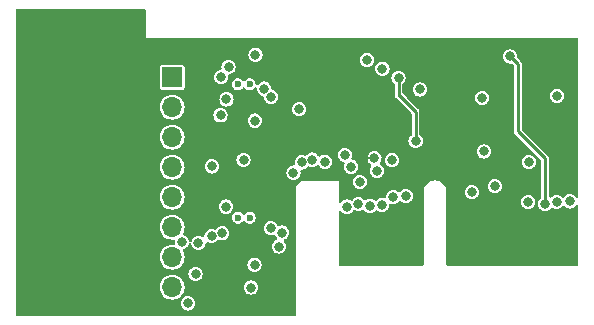
<source format=gbr>
%TF.GenerationSoftware,KiCad,Pcbnew,8.0.5*%
%TF.CreationDate,2024-11-08T07:47:22+00:00*%
%TF.ProjectId,ADE_Aux_V4,4144455f-4175-4785-9f56-342e6b696361,rev?*%
%TF.SameCoordinates,Original*%
%TF.FileFunction,Copper,L2,Inr*%
%TF.FilePolarity,Positive*%
%FSLAX46Y46*%
G04 Gerber Fmt 4.6, Leading zero omitted, Abs format (unit mm)*
G04 Created by KiCad (PCBNEW 8.0.5) date 2024-11-08 07:47:22*
%MOMM*%
%LPD*%
G01*
G04 APERTURE LIST*
%TA.AperFunction,ComponentPad*%
%ADD10C,0.600000*%
%TD*%
%TA.AperFunction,ComponentPad*%
%ADD11R,1.700000X1.700000*%
%TD*%
%TA.AperFunction,ComponentPad*%
%ADD12O,1.700000X1.700000*%
%TD*%
%TA.AperFunction,ViaPad*%
%ADD13C,0.800000*%
%TD*%
%TA.AperFunction,Conductor*%
%ADD14C,0.250000*%
%TD*%
G04 APERTURE END LIST*
D10*
%TO.N,/UM*%
%TO.C,U3*%
X-1180000Y36100000D03*
X-180000Y36100000D03*
%TD*%
%TO.N,/UM*%
%TO.C,U1*%
X-1180000Y24810000D03*
X-180000Y24810000D03*
%TD*%
D11*
%TO.N,/RRP*%
%TO.C,J15*%
X-6750200Y36692980D03*
D12*
%TO.N,/RRM*%
X-6750200Y34152980D03*
%TO.N,/RSP*%
X-6750200Y31612980D03*
%TO.N,/RSM*%
X-6750200Y29072980D03*
%TO.N,/RTP*%
X-6750200Y26532980D03*
%TO.N,/RTM*%
X-6750200Y23992980D03*
%TO.N,/RNP*%
X-6750200Y21452980D03*
%TO.N,/RNM*%
X-6750200Y18912980D03*
%TD*%
D13*
%TO.N,GND*%
X-11020000Y41360000D03*
X26593800Y39192200D03*
X-18640000Y36280000D03*
X-16100000Y33740000D03*
X16459200Y28346400D03*
X-5940000Y38820000D03*
X4430000Y37400000D03*
X-3400000Y31200000D03*
X-14440000Y37200000D03*
X-14100000Y23060000D03*
X-18640000Y28660000D03*
X24540000Y33740000D03*
X-18640000Y26120000D03*
X26339800Y31191200D03*
X4428453Y33111500D03*
X17170400Y25933400D03*
X-16100000Y36280000D03*
X-13450000Y18140000D03*
X-16100000Y23580000D03*
X24540000Y38820000D03*
X390000Y17940000D03*
X9457677Y29825500D03*
X13716000Y27940000D03*
X-16100000Y38820000D03*
X5540000Y38930000D03*
X-13560000Y41360000D03*
X-18640000Y31200000D03*
X22000000Y28660000D03*
X24540000Y36280000D03*
X-16100000Y31200000D03*
X-18640000Y21040000D03*
X-2870200Y39344600D03*
X12598400Y31826200D03*
X-16100000Y26120000D03*
X13868400Y25857200D03*
X24540000Y31200000D03*
X11836400Y28092400D03*
X-18640000Y33740000D03*
X12954000Y28930600D03*
X1001000Y26060000D03*
X3429000Y37338000D03*
X670000Y28320000D03*
X-16100000Y21040000D03*
X19460000Y33740000D03*
X11836400Y34137600D03*
X-5230000Y25880000D03*
X660000Y31690000D03*
X-18640000Y38820000D03*
X-16100000Y28660000D03*
X-860000Y31200000D03*
X1850000Y39045500D03*
X-18640000Y23580000D03*
X26517600Y33604200D03*
X-14520000Y29090000D03*
%TO.N,+3V3*%
X19507200Y34950400D03*
X11861800Y29667200D03*
X11050000Y37425000D03*
X10575000Y28775000D03*
X-2190000Y25740000D03*
X26924000Y26187400D03*
X25806400Y26111200D03*
X-5420000Y17550000D03*
X-1975500Y37553372D03*
X25831800Y35128200D03*
X23444200Y29514800D03*
%TO.N,/AVDDOUT*%
X7863900Y30124400D03*
%TO.N,/DVDDOUT*%
X9753600Y38150800D03*
%TO.N,/REF*%
X4013200Y33985200D03*
%TO.N,/ISP*%
X1040000Y35730000D03*
X-2150000Y34820000D03*
%TO.N,/INP*%
X2550000Y23540000D03*
X-2510000Y23480000D03*
%TO.N,/UR+*%
X11970000Y26540000D03*
X3524020Y28620000D03*
%TO.N,/US+*%
X10000000Y25800000D03*
X9143911Y27833911D03*
X5100000Y29720000D03*
%TO.N,/UT+*%
X8050000Y25740000D03*
%TO.N,/ADE_Reset*%
X21869400Y38455600D03*
X24841200Y25958800D03*
%TO.N,/O_IN*%
X10375000Y29850000D03*
%TO.N,Net-(U1A--)*%
X-3410000Y23230000D03*
X230000Y20824500D03*
%TO.N,Net-(U3A--)*%
X260000Y33020000D03*
X-2650000Y33470000D03*
%TO.N,Net-(U1B--)*%
X-700000Y29710000D03*
X-3390000Y29150000D03*
%TO.N,/SCLK*%
X20570000Y27480000D03*
%TO.N,/MOSI*%
X14230000Y35660000D03*
X18630000Y26960000D03*
X19650000Y30410000D03*
%TO.N,/SS*%
X12420000Y36650000D03*
X13868400Y31292800D03*
%TO.N,/RN*%
X-5934500Y22738843D03*
X-4520000Y22670000D03*
%TO.N,Net-(U3B--)*%
X309163Y38610563D03*
X-2600000Y36690000D03*
%TO.N,/UM*%
X1610000Y23910000D03*
X1625500Y35047145D03*
X2277484Y22357547D03*
%TO.N,/C+*%
X-70000Y18890000D03*
%TO.N,/UR-*%
X4230000Y29490000D03*
X13040000Y26640000D03*
%TO.N,/US-*%
X11000000Y25870000D03*
X6182300Y29546200D03*
X8393411Y29123411D03*
%TO.N,/UT-*%
X9020000Y25950000D03*
%TO.N,/C-*%
X-4765656Y20033911D03*
%TO.N,/SYN*%
X23393400Y26136600D03*
%TD*%
D14*
%TO.N,/ADE_Reset*%
X21869400Y38455600D02*
X22529800Y37795200D01*
X22529800Y32131000D02*
X24841200Y29819600D01*
X24841200Y29819600D02*
X24841200Y25958800D01*
X22529800Y37795200D02*
X22529800Y32131000D01*
%TO.N,/SS*%
X13868400Y33782000D02*
X12522200Y35128200D01*
X13868400Y31292800D02*
X13868400Y33782000D01*
X12522200Y35128200D02*
X12496800Y35128200D01*
X12420000Y35205000D02*
X12420000Y36650000D01*
X12496800Y35128200D02*
X12420000Y35205000D01*
%TD*%
%TA.AperFunction,Conductor*%
%TO.N,GND*%
G36*
X-9057879Y42479998D02*
G01*
X-9011386Y42426342D01*
X-9000000Y42374000D01*
X-9000000Y40000000D01*
X27524000Y40000000D01*
X27592121Y39979998D01*
X27638614Y39926342D01*
X27650000Y39874000D01*
X27650000Y26598872D01*
X27629998Y26530751D01*
X27576342Y26484258D01*
X27506068Y26474154D01*
X27441488Y26503648D01*
X27424040Y26522164D01*
X27352282Y26615682D01*
X27226841Y26711936D01*
X27080762Y26772444D01*
X26924000Y26793082D01*
X26767238Y26772444D01*
X26621159Y26711936D01*
X26495718Y26615682D01*
X26495716Y26615680D01*
X26495715Y26615679D01*
X26435926Y26537761D01*
X26378588Y26495894D01*
X26307717Y26491672D01*
X26245814Y26526436D01*
X26236007Y26537754D01*
X26234682Y26539482D01*
X26109241Y26635736D01*
X25963162Y26696244D01*
X25806400Y26716882D01*
X25649638Y26696244D01*
X25503559Y26635736D01*
X25378118Y26539482D01*
X25378117Y26539480D01*
X25371566Y26534454D01*
X25369878Y26536652D01*
X25319483Y26509134D01*
X25248668Y26514199D01*
X25191832Y26556746D01*
X25167021Y26623266D01*
X25166700Y26632255D01*
X25166700Y29862452D01*
X25166700Y29862453D01*
X25154901Y29906484D01*
X25151741Y29918283D01*
X25150048Y29924597D01*
X25144518Y29945239D01*
X25101665Y30019462D01*
X22892205Y32228922D01*
X22858180Y32291234D01*
X22855300Y32318017D01*
X22855300Y35128200D01*
X25226118Y35128200D01*
X25226118Y35128199D01*
X25246755Y34971439D01*
X25307263Y34825360D01*
X25307265Y34825357D01*
X25403518Y34699918D01*
X25528957Y34603665D01*
X25528960Y34603663D01*
X25675039Y34543155D01*
X25831800Y34522518D01*
X25988560Y34543155D01*
X26134639Y34603663D01*
X26134642Y34603665D01*
X26260082Y34699918D01*
X26356336Y34825359D01*
X26416844Y34971438D01*
X26436776Y35122839D01*
X26437482Y35128199D01*
X26437482Y35128200D01*
X26426902Y35208563D01*
X26416844Y35284962D01*
X26356336Y35431041D01*
X26260082Y35556482D01*
X26134641Y35652736D01*
X25988562Y35713244D01*
X25831800Y35733882D01*
X25675038Y35713244D01*
X25528959Y35652736D01*
X25403518Y35556482D01*
X25307265Y35431042D01*
X25307263Y35431039D01*
X25246755Y35284960D01*
X25226118Y35128200D01*
X22855300Y35128200D01*
X22855300Y37744612D01*
X22855301Y37744630D01*
X22855301Y37838053D01*
X22855300Y37838056D01*
X22852646Y37847959D01*
X22833118Y37920838D01*
X22790856Y37994038D01*
X22790265Y37995062D01*
X22729662Y38055665D01*
X22729660Y38055665D01*
X22719291Y38066035D01*
X22719286Y38066039D01*
X22502106Y38283218D01*
X22468082Y38345528D01*
X22466281Y38388754D01*
X22475082Y38455600D01*
X22454444Y38612362D01*
X22393936Y38758441D01*
X22297682Y38883882D01*
X22172241Y38980136D01*
X22026162Y39040644D01*
X21869400Y39061282D01*
X21712638Y39040644D01*
X21566559Y38980136D01*
X21441118Y38883882D01*
X21344865Y38758442D01*
X21344863Y38758439D01*
X21284355Y38612360D01*
X21263718Y38455600D01*
X21263718Y38455599D01*
X21284355Y38298839D01*
X21344863Y38152760D01*
X21344865Y38152757D01*
X21441118Y38027318D01*
X21566557Y37931065D01*
X21566560Y37931063D01*
X21712639Y37870555D01*
X21869400Y37849918D01*
X21869402Y37849918D01*
X21936242Y37858717D01*
X22006391Y37847777D01*
X22041782Y37822891D01*
X22167396Y37697276D01*
X22201420Y37634967D01*
X22204300Y37608183D01*
X22204300Y32173853D01*
X22204300Y32088147D01*
X22226482Y32005361D01*
X22226483Y32005359D01*
X22226484Y32005356D01*
X22269332Y31931141D01*
X22269340Y31931131D01*
X24478795Y29721677D01*
X24512821Y29659365D01*
X24515700Y29632582D01*
X24515700Y26528085D01*
X24495698Y26459964D01*
X24466403Y26428122D01*
X24412918Y26387082D01*
X24318883Y26264532D01*
X24316665Y26261642D01*
X24316663Y26261639D01*
X24256155Y26115560D01*
X24235518Y25958800D01*
X24235518Y25958799D01*
X24256155Y25802039D01*
X24316663Y25655960D01*
X24316665Y25655957D01*
X24412918Y25530518D01*
X24538357Y25434265D01*
X24538360Y25434263D01*
X24684439Y25373755D01*
X24841200Y25353118D01*
X24997960Y25373755D01*
X25144039Y25434263D01*
X25144042Y25434265D01*
X25157780Y25444806D01*
X25269482Y25530518D01*
X25306641Y25578944D01*
X25363977Y25620812D01*
X25434848Y25625034D01*
X25483306Y25602204D01*
X25503552Y25586668D01*
X25503560Y25586663D01*
X25649639Y25526155D01*
X25806400Y25505518D01*
X25963160Y25526155D01*
X26109239Y25586663D01*
X26109242Y25586665D01*
X26129691Y25602356D01*
X26234682Y25682918D01*
X26235471Y25683946D01*
X26294473Y25760838D01*
X26351811Y25802705D01*
X26422682Y25806927D01*
X26484585Y25772163D01*
X26494394Y25760843D01*
X26495716Y25759119D01*
X26621157Y25662865D01*
X26621160Y25662863D01*
X26767239Y25602355D01*
X26924000Y25581718D01*
X27080760Y25602355D01*
X27226839Y25662863D01*
X27226842Y25662865D01*
X27252976Y25682918D01*
X27352282Y25759118D01*
X27362292Y25772163D01*
X27424038Y25852631D01*
X27481376Y25894498D01*
X27552247Y25898720D01*
X27614150Y25863956D01*
X27647431Y25801243D01*
X27650000Y25775927D01*
X27650000Y20876000D01*
X27629998Y20807879D01*
X27576342Y20761386D01*
X27524000Y20750000D01*
X16576000Y20750000D01*
X16507879Y20770002D01*
X16461386Y20823658D01*
X16450000Y20876000D01*
X16450000Y26136600D01*
X22787718Y26136600D01*
X22787718Y26136599D01*
X22808355Y25979839D01*
X22868863Y25833760D01*
X22868865Y25833757D01*
X22965118Y25708318D01*
X23090557Y25612065D01*
X23090560Y25612063D01*
X23236639Y25551555D01*
X23393400Y25530918D01*
X23550160Y25551555D01*
X23696239Y25612063D01*
X23696242Y25612065D01*
X23821682Y25708318D01*
X23917936Y25833759D01*
X23978444Y25979838D01*
X23996299Y26115463D01*
X23999082Y26136599D01*
X23999082Y26136600D01*
X23990599Y26201037D01*
X23978444Y26293362D01*
X23917936Y26439441D01*
X23821682Y26564882D01*
X23696241Y26661136D01*
X23550162Y26721644D01*
X23393400Y26742282D01*
X23236638Y26721644D01*
X23090559Y26661136D01*
X22965118Y26564882D01*
X22868865Y26439442D01*
X22868863Y26439439D01*
X22808355Y26293360D01*
X22787718Y26136600D01*
X16450000Y26136600D01*
X16450000Y26960000D01*
X18024318Y26960000D01*
X18024318Y26959999D01*
X18044955Y26803239D01*
X18105463Y26657160D01*
X18105465Y26657157D01*
X18201718Y26531718D01*
X18327157Y26435465D01*
X18327160Y26435463D01*
X18473239Y26374955D01*
X18630000Y26354318D01*
X18786760Y26374955D01*
X18932839Y26435463D01*
X18932842Y26435465D01*
X18933341Y26435848D01*
X19058282Y26531718D01*
X19154536Y26657159D01*
X19215044Y26803238D01*
X19235682Y26960000D01*
X19215044Y27116762D01*
X19154536Y27262841D01*
X19058282Y27388282D01*
X18938752Y27480000D01*
X19964318Y27480000D01*
X19964318Y27479999D01*
X19984955Y27323239D01*
X20045463Y27177160D01*
X20045465Y27177157D01*
X20141718Y27051718D01*
X20267157Y26955465D01*
X20267160Y26955463D01*
X20413239Y26894955D01*
X20570000Y26874318D01*
X20726760Y26894955D01*
X20872839Y26955463D01*
X20872842Y26955465D01*
X20998282Y27051718D01*
X21094536Y27177159D01*
X21155044Y27323238D01*
X21175196Y27476308D01*
X21175682Y27479999D01*
X21175682Y27480000D01*
X21168959Y27531068D01*
X21155044Y27636762D01*
X21094536Y27782841D01*
X20998282Y27908282D01*
X20872841Y28004536D01*
X20726762Y28065044D01*
X20570000Y28085682D01*
X20413238Y28065044D01*
X20267159Y28004536D01*
X20141718Y27908282D01*
X20084651Y27833910D01*
X20045465Y27782842D01*
X20045463Y27782839D01*
X19984955Y27636760D01*
X19964318Y27480000D01*
X18938752Y27480000D01*
X18932841Y27484536D01*
X18786762Y27545044D01*
X18630000Y27565682D01*
X18473238Y27545044D01*
X18327159Y27484536D01*
X18201718Y27388282D01*
X18118162Y27279389D01*
X18105465Y27262842D01*
X18105463Y27262839D01*
X18044955Y27116760D01*
X18024318Y26960000D01*
X16450000Y26960000D01*
X16450000Y27000000D01*
X16447398Y27099574D01*
X16443745Y27116760D01*
X16405992Y27294375D01*
X16324990Y27476308D01*
X16207932Y27637425D01*
X16059934Y27770683D01*
X15887464Y27870258D01*
X15698060Y27931800D01*
X15500000Y27952617D01*
X15301940Y27931800D01*
X15112536Y27870258D01*
X14940066Y27770683D01*
X14940063Y27770680D01*
X14940061Y27770679D01*
X14792069Y27637427D01*
X14675012Y27476312D01*
X14594008Y27294375D01*
X14552601Y27099574D01*
X14550000Y27000000D01*
X14550000Y20876000D01*
X14529998Y20807879D01*
X14476342Y20761386D01*
X14424000Y20750000D01*
X7476000Y20750000D01*
X7407879Y20770002D01*
X7361386Y20823658D01*
X7350000Y20876000D01*
X7350000Y25294643D01*
X7370002Y25362764D01*
X7423658Y25409257D01*
X7493932Y25419361D01*
X7558512Y25389867D01*
X7575962Y25371347D01*
X7621715Y25311720D01*
X7747157Y25215465D01*
X7747160Y25215463D01*
X7893239Y25154955D01*
X8050000Y25134318D01*
X8206760Y25154955D01*
X8352839Y25215463D01*
X8352842Y25215465D01*
X8478282Y25311718D01*
X8545039Y25398717D01*
X8602376Y25440584D01*
X8673247Y25444806D01*
X8709049Y25427940D01*
X8710005Y25429595D01*
X8717160Y25425463D01*
X8863239Y25364955D01*
X9020000Y25344318D01*
X9176760Y25364955D01*
X9322839Y25425463D01*
X9322841Y25425464D01*
X9353566Y25449040D01*
X9419786Y25474641D01*
X9489334Y25460377D01*
X9530232Y25425783D01*
X9571717Y25371718D01*
X9697157Y25275465D01*
X9697160Y25275463D01*
X9843239Y25214955D01*
X10000000Y25194318D01*
X10156760Y25214955D01*
X10302839Y25275463D01*
X10302842Y25275465D01*
X10327836Y25294643D01*
X10428282Y25371718D01*
X10438542Y25385089D01*
X10495881Y25426956D01*
X10566752Y25431177D01*
X10615207Y25408347D01*
X10697152Y25345468D01*
X10697160Y25345463D01*
X10843239Y25284955D01*
X11000000Y25264318D01*
X11156760Y25284955D01*
X11302839Y25345463D01*
X11302842Y25345465D01*
X11312816Y25353118D01*
X11428282Y25441718D01*
X11524536Y25567159D01*
X11585044Y25713238D01*
X11605588Y25869287D01*
X11634310Y25934214D01*
X11693575Y25973306D01*
X11764567Y25974151D01*
X11778726Y25969251D01*
X11813239Y25954955D01*
X11970000Y25934318D01*
X12126760Y25954955D01*
X12272839Y26015463D01*
X12272842Y26015465D01*
X12398282Y26111718D01*
X12448972Y26177778D01*
X12506309Y26219645D01*
X12577180Y26223867D01*
X12625638Y26201037D01*
X12737157Y26115465D01*
X12737160Y26115463D01*
X12883239Y26054955D01*
X13040000Y26034318D01*
X13196760Y26054955D01*
X13342839Y26115463D01*
X13342842Y26115465D01*
X13342966Y26115560D01*
X13468282Y26211718D01*
X13564536Y26337159D01*
X13625044Y26483238D01*
X13642480Y26615681D01*
X13645682Y26639999D01*
X13645682Y26640000D01*
X13632216Y26742282D01*
X13625044Y26796762D01*
X13564536Y26942841D01*
X13468282Y27068282D01*
X13342841Y27164536D01*
X13196762Y27225044D01*
X13040000Y27245682D01*
X12883238Y27225044D01*
X12737159Y27164536D01*
X12611718Y27068282D01*
X12611716Y27068280D01*
X12611715Y27068279D01*
X12561027Y27002221D01*
X12503689Y26960354D01*
X12432818Y26956132D01*
X12384365Y26978960D01*
X12272841Y27064536D01*
X12126762Y27125044D01*
X11970000Y27145682D01*
X11813238Y27125044D01*
X11667159Y27064536D01*
X11541718Y26968282D01*
X11445465Y26842842D01*
X11445463Y26842839D01*
X11384955Y26696760D01*
X11364411Y26540711D01*
X11335688Y26475784D01*
X11276423Y26436693D01*
X11205431Y26435848D01*
X11191274Y26440748D01*
X11156762Y26455044D01*
X11000000Y26475682D01*
X10843238Y26455044D01*
X10697159Y26394536D01*
X10571718Y26298282D01*
X10571717Y26298280D01*
X10571716Y26298280D01*
X10561456Y26284909D01*
X10504118Y26243043D01*
X10433246Y26238822D01*
X10384795Y26261650D01*
X10302841Y26324536D01*
X10156762Y26385044D01*
X10000000Y26405682D01*
X9843238Y26385044D01*
X9697159Y26324536D01*
X9666431Y26300958D01*
X9600214Y26275358D01*
X9530665Y26289622D01*
X9489767Y26324216D01*
X9448282Y26378282D01*
X9322841Y26474536D01*
X9176762Y26535044D01*
X9020000Y26555682D01*
X8863238Y26535044D01*
X8717159Y26474536D01*
X8591718Y26378282D01*
X8524962Y26291283D01*
X8467624Y26249416D01*
X8396753Y26245194D01*
X8360957Y26262062D01*
X8360000Y26260404D01*
X8352848Y26264532D01*
X8352844Y26264533D01*
X8352841Y26264536D01*
X8206762Y26325044D01*
X8050000Y26345682D01*
X7893238Y26325044D01*
X7747159Y26264536D01*
X7621718Y26168282D01*
X7575961Y26108651D01*
X7518625Y26066785D01*
X7447754Y26062563D01*
X7385851Y26097327D01*
X7352570Y26160039D01*
X7350000Y26185356D01*
X7350000Y27833911D01*
X8538229Y27833911D01*
X8538229Y27833910D01*
X8558866Y27677150D01*
X8619374Y27531071D01*
X8619376Y27531068D01*
X8715629Y27405629D01*
X8841068Y27309376D01*
X8841071Y27309374D01*
X8987150Y27248866D01*
X9143911Y27228229D01*
X9300671Y27248866D01*
X9446750Y27309374D01*
X9446753Y27309376D01*
X9572193Y27405629D01*
X9668447Y27531070D01*
X9728955Y27677149D01*
X9749593Y27833911D01*
X9728955Y27990673D01*
X9668447Y28136752D01*
X9572193Y28262193D01*
X9446752Y28358447D01*
X9300673Y28418955D01*
X9143911Y28439593D01*
X8987149Y28418955D01*
X8841070Y28358447D01*
X8715629Y28262193D01*
X8664297Y28195295D01*
X8619376Y28136753D01*
X8619374Y28136750D01*
X8558866Y27990671D01*
X8538229Y27833911D01*
X7350000Y27833911D01*
X7350000Y27950000D01*
X4200000Y27950000D01*
X3800000Y27550000D01*
X3750000Y27500000D01*
X3750000Y27499999D01*
X3750000Y16626000D01*
X3729998Y16557879D01*
X3676342Y16511386D01*
X3624000Y16500000D01*
X-19874000Y16500000D01*
X-19942121Y16520002D01*
X-19988614Y16573658D01*
X-20000000Y16626000D01*
X-20000000Y17550000D01*
X-6025682Y17550000D01*
X-6005044Y17393238D01*
X-5944536Y17247159D01*
X-5848282Y17121718D01*
X-5722842Y17025465D01*
X-5722839Y17025463D01*
X-5576760Y16964955D01*
X-5420000Y16944318D01*
X-5263239Y16964955D01*
X-5117160Y17025463D01*
X-5117157Y17025465D01*
X-4991718Y17121718D01*
X-4895465Y17247157D01*
X-4895463Y17247160D01*
X-4834955Y17393239D01*
X-4814318Y17549999D01*
X-4814318Y17550000D01*
X-4834955Y17706760D01*
X-4895463Y17852839D01*
X-4895465Y17852842D01*
X-4914524Y17877680D01*
X-4991718Y17978282D01*
X-5117159Y18074536D01*
X-5263238Y18135044D01*
X-5420000Y18155682D01*
X-5576762Y18135044D01*
X-5722841Y18074536D01*
X-5816662Y18002544D01*
X-5849193Y17989967D01*
X-5856189Y17968306D01*
X-5860354Y17962549D01*
X-5944536Y17852841D01*
X-6005044Y17706762D01*
X-6025682Y17550000D01*
X-20000000Y17550000D01*
X-20000000Y18912980D01*
X-7805783Y18912980D01*
X-7785500Y18707046D01*
X-7725432Y18509026D01*
X-7627885Y18326530D01*
X-7496610Y18166570D01*
X-7336650Y18035295D01*
X-7336648Y18035294D01*
X-7336647Y18035293D01*
X-7154154Y17937748D01*
X-6956127Y17877678D01*
X-6750203Y17857397D01*
X-6750200Y17857397D01*
X-6750197Y17857397D01*
X-6544272Y17877678D01*
X-6346245Y17937748D01*
X-6163752Y18035293D01*
X-6040258Y18136641D01*
X-6004034Y18152024D01*
X-5995125Y18176810D01*
X-5990765Y18182440D01*
X-5872513Y18326532D01*
X-5774968Y18509025D01*
X-5714898Y18707052D01*
X-5696880Y18890000D01*
X-675682Y18890000D01*
X-655044Y18733238D01*
X-594536Y18587159D01*
X-498282Y18461718D01*
X-372842Y18365465D01*
X-372839Y18365463D01*
X-226760Y18304955D01*
X-70000Y18284318D01*
X86760Y18304955D01*
X232839Y18365463D01*
X232842Y18365465D01*
X358282Y18461718D01*
X454536Y18587159D01*
X515044Y18733238D01*
X535682Y18890000D01*
X515044Y19046762D01*
X454536Y19192841D01*
X358282Y19318282D01*
X232841Y19414536D01*
X86762Y19475044D01*
X-70000Y19495682D01*
X-226762Y19475044D01*
X-372841Y19414536D01*
X-498282Y19318282D01*
X-594536Y19192841D01*
X-655044Y19046762D01*
X-675682Y18890000D01*
X-5696880Y18890000D01*
X-5694617Y18912976D01*
X-5694617Y18912983D01*
X-5714898Y19118907D01*
X-5774968Y19316934D01*
X-5872513Y19499427D01*
X-5880677Y19509375D01*
X-6003790Y19659390D01*
X-6163750Y19790665D01*
X-6346246Y19888212D01*
X-6544266Y19948280D01*
X-6544270Y19948280D01*
X-6544272Y19948281D01*
X-6750197Y19968563D01*
X-6750203Y19968563D01*
X-6956127Y19948281D01*
X-6956128Y19948280D01*
X-6956134Y19948280D01*
X-7154154Y19888212D01*
X-7336650Y19790665D01*
X-7496610Y19659390D01*
X-7627885Y19499430D01*
X-7725432Y19316934D01*
X-7785500Y19118914D01*
X-7785500Y19118908D01*
X-7785501Y19118907D01*
X-7792607Y19046760D01*
X-7805783Y18912980D01*
X-20000000Y18912980D01*
X-20000000Y20033911D01*
X-5371338Y20033911D01*
X-5350700Y19877149D01*
X-5290192Y19731070D01*
X-5193938Y19605629D01*
X-5068498Y19509376D01*
X-5068495Y19509374D01*
X-4922416Y19448866D01*
X-4765656Y19428229D01*
X-4608895Y19448866D01*
X-4462816Y19509374D01*
X-4462813Y19509376D01*
X-4337374Y19605629D01*
X-4241121Y19731068D01*
X-4241119Y19731071D01*
X-4180611Y19877150D01*
X-4159974Y20033910D01*
X-4159974Y20033911D01*
X-4180611Y20190671D01*
X-4241119Y20336750D01*
X-4241121Y20336753D01*
X-4286750Y20396218D01*
X-4337374Y20462193D01*
X-4462815Y20558447D01*
X-4608894Y20618955D01*
X-4765656Y20639593D01*
X-4922418Y20618955D01*
X-5068497Y20558447D01*
X-5193938Y20462193D01*
X-5290192Y20336752D01*
X-5350700Y20190673D01*
X-5371338Y20033911D01*
X-20000000Y20033911D01*
X-20000000Y23992983D01*
X-7805783Y23992983D01*
X-7805783Y23992976D01*
X-7790291Y23835682D01*
X-7785500Y23787046D01*
X-7725432Y23589026D01*
X-7627885Y23406530D01*
X-7496610Y23246570D01*
X-7336650Y23115295D01*
X-7336648Y23115294D01*
X-7336647Y23115293D01*
X-7257968Y23073238D01*
X-7154154Y23017748D01*
X-6974427Y22963229D01*
X-6956127Y22957678D01*
X-6750203Y22937397D01*
X-6750200Y22937397D01*
X-6750195Y22937397D01*
X-6668932Y22945400D01*
X-6599179Y22932171D01*
X-6547651Y22883330D01*
X-6530708Y22814385D01*
X-6531658Y22803582D01*
X-6540182Y22738843D01*
X-6535787Y22705463D01*
X-6527430Y22641981D01*
X-6538369Y22571832D01*
X-6585498Y22518734D01*
X-6653851Y22499544D01*
X-6664699Y22500141D01*
X-6704034Y22504016D01*
X-6750198Y22508563D01*
X-6750203Y22508563D01*
X-6956127Y22488281D01*
X-6956128Y22488280D01*
X-6956134Y22488280D01*
X-7154154Y22428212D01*
X-7336650Y22330665D01*
X-7496610Y22199390D01*
X-7627885Y22039430D01*
X-7725432Y21856934D01*
X-7785500Y21658914D01*
X-7785500Y21658908D01*
X-7785501Y21658907D01*
X-7805783Y21452983D01*
X-7805783Y21452976D01*
X-7795546Y21349036D01*
X-7785500Y21247046D01*
X-7725432Y21049026D01*
X-7627885Y20866530D01*
X-7496610Y20706570D01*
X-7336650Y20575295D01*
X-7336648Y20575294D01*
X-7336647Y20575293D01*
X-7154154Y20477748D01*
X-6956127Y20417678D01*
X-6750203Y20397397D01*
X-6750200Y20397397D01*
X-6750197Y20397397D01*
X-6544272Y20417678D01*
X-6346245Y20477748D01*
X-6163752Y20575293D01*
X-6003790Y20706570D01*
X-5907008Y20824500D01*
X-375682Y20824500D01*
X-355044Y20667738D01*
X-294536Y20521659D01*
X-198282Y20396218D01*
X-72842Y20299965D01*
X-72839Y20299963D01*
X73239Y20239455D01*
X230000Y20218818D01*
X386760Y20239455D01*
X532839Y20299963D01*
X532842Y20299965D01*
X658282Y20396218D01*
X754536Y20521659D01*
X815044Y20667738D01*
X835682Y20824500D01*
X815044Y20981262D01*
X754536Y21127341D01*
X658282Y21252782D01*
X532841Y21349036D01*
X386762Y21409544D01*
X230000Y21430182D01*
X73238Y21409544D01*
X-72841Y21349036D01*
X-198282Y21252782D01*
X-294536Y21127341D01*
X-355044Y20981262D01*
X-375682Y20824500D01*
X-5907008Y20824500D01*
X-5872513Y20866532D01*
X-5774968Y21049025D01*
X-5714898Y21247052D01*
X-5694617Y21452976D01*
X-5694617Y21452983D01*
X-5714898Y21658907D01*
X-5774968Y21856934D01*
X-5839851Y21978321D01*
X-5854323Y22047827D01*
X-5828919Y22114123D01*
X-5776948Y22154125D01*
X-5631664Y22214304D01*
X-5631657Y22214308D01*
X-5506218Y22310561D01*
X-5409965Y22436000D01*
X-5409965Y22436001D01*
X-5409964Y22436002D01*
X-5350820Y22578786D01*
X-5306272Y22634066D01*
X-5238909Y22656487D01*
X-5170117Y22638928D01*
X-5121739Y22586966D01*
X-5109490Y22547014D01*
X-5105044Y22513238D01*
X-5044536Y22367159D01*
X-4948282Y22241718D01*
X-4834128Y22154125D01*
X-4822842Y22145465D01*
X-4822839Y22145463D01*
X-4676760Y22084955D01*
X-4520000Y22064318D01*
X-4363239Y22084955D01*
X-4217160Y22145463D01*
X-4217157Y22145465D01*
X-4091718Y22241718D01*
X-3995465Y22367157D01*
X-3995463Y22367160D01*
X-3934955Y22513239D01*
X-3920077Y22626253D01*
X-3891354Y22691180D01*
X-3832089Y22730271D01*
X-3761097Y22731116D01*
X-3718452Y22709769D01*
X-3712847Y22705468D01*
X-3712839Y22705463D01*
X-3566760Y22644955D01*
X-3410000Y22624318D01*
X-3253239Y22644955D01*
X-3107160Y22705463D01*
X-3107157Y22705465D01*
X-2981715Y22801720D01*
X-2910324Y22894759D01*
X-2852986Y22936626D01*
X-2782115Y22940848D01*
X-2762145Y22934464D01*
X-2666762Y22894956D01*
X-2510000Y22874318D01*
X-2353239Y22894955D01*
X-2207160Y22955463D01*
X-2207157Y22955465D01*
X-2081718Y23051718D01*
X-1985465Y23177157D01*
X-1985463Y23177160D01*
X-1924955Y23323239D01*
X-1904318Y23479999D01*
X-1904318Y23480000D01*
X-1924955Y23636760D01*
X-1985463Y23782839D01*
X-1985465Y23782842D01*
X-1988695Y23787052D01*
X-2081718Y23908282D01*
X-2083957Y23910000D01*
X1004318Y23910000D01*
X1004318Y23909999D01*
X1024955Y23753239D01*
X1085463Y23607160D01*
X1085465Y23607157D01*
X1181718Y23481718D01*
X1307157Y23385465D01*
X1307160Y23385463D01*
X1453239Y23324955D01*
X1610000Y23304318D01*
X1766762Y23324956D01*
X1840129Y23355345D01*
X1910719Y23362934D01*
X1974205Y23331154D01*
X2004754Y23287156D01*
X2025462Y23237162D01*
X2025468Y23237152D01*
X2119992Y23113966D01*
X2145592Y23047746D01*
X2131327Y22978197D01*
X2081725Y22927402D01*
X2068262Y22920861D01*
X1974643Y22882083D01*
X1849202Y22785829D01*
X1760324Y22670000D01*
X1752949Y22660389D01*
X1752947Y22660386D01*
X1692439Y22514307D01*
X1671802Y22357547D01*
X1671802Y22357546D01*
X1692439Y22200786D01*
X1752947Y22054707D01*
X1752949Y22054704D01*
X1849202Y21929265D01*
X1974641Y21833012D01*
X1974644Y21833010D01*
X2120723Y21772502D01*
X2277484Y21751865D01*
X2434244Y21772502D01*
X2580323Y21833010D01*
X2580326Y21833012D01*
X2611502Y21856934D01*
X2705766Y21929265D01*
X2802020Y22054706D01*
X2862528Y22200785D01*
X2883166Y22357547D01*
X2862528Y22514309D01*
X2802020Y22660388D01*
X2707491Y22783580D01*
X2681891Y22849799D01*
X2696156Y22919348D01*
X2745757Y22970144D01*
X2759228Y22976688D01*
X2852841Y23015464D01*
X2978282Y23111718D01*
X3074536Y23237159D01*
X3135044Y23383238D01*
X3155682Y23540000D01*
X3135044Y23696762D01*
X3074536Y23842841D01*
X2978282Y23968282D01*
X2852841Y24064536D01*
X2706762Y24125044D01*
X2550000Y24145682D01*
X2393238Y24125044D01*
X2319869Y24094653D01*
X2249281Y24087065D01*
X2185794Y24118844D01*
X2155245Y24162843D01*
X2134536Y24212841D01*
X2038282Y24338282D01*
X1912841Y24434536D01*
X1766762Y24495044D01*
X1610000Y24515682D01*
X1453238Y24495044D01*
X1307159Y24434536D01*
X1181718Y24338282D01*
X1085465Y24212842D01*
X1085463Y24212839D01*
X1024955Y24066760D01*
X1004318Y23910000D01*
X-2083957Y23910000D01*
X-2207159Y24004536D01*
X-2353238Y24065044D01*
X-2510000Y24085682D01*
X-2666762Y24065044D01*
X-2812841Y24004536D01*
X-2938282Y23908282D01*
X-3009675Y23815239D01*
X-3067012Y23773373D01*
X-3137883Y23769151D01*
X-3157855Y23775535D01*
X-3253238Y23815044D01*
X-3410000Y23835682D01*
X-3566762Y23815044D01*
X-3712841Y23754536D01*
X-3838282Y23658282D01*
X-3934536Y23532841D01*
X-3995044Y23386762D01*
X-4009922Y23273744D01*
X-4038644Y23208820D01*
X-4097909Y23169728D01*
X-4168900Y23168883D01*
X-4211545Y23190228D01*
X-4217159Y23194536D01*
X-4363238Y23255044D01*
X-4520000Y23275682D01*
X-4676762Y23255044D01*
X-4822841Y23194536D01*
X-4948282Y23098282D01*
X-5044536Y22972841D01*
X-5103680Y22830054D01*
X-5148226Y22774776D01*
X-5215589Y22752355D01*
X-5284381Y22769913D01*
X-5332759Y22821875D01*
X-5345009Y22861828D01*
X-5349455Y22895603D01*
X-5409963Y23041682D01*
X-5409965Y23041685D01*
X-5414616Y23047746D01*
X-5506218Y23167125D01*
X-5631659Y23263379D01*
X-5763064Y23317808D01*
X-5818344Y23362356D01*
X-5840765Y23429720D01*
X-5825967Y23493613D01*
X-5774968Y23589025D01*
X-5714898Y23787052D01*
X-5694617Y23992976D01*
X-5694617Y23992983D01*
X-5714898Y24198907D01*
X-5719124Y24212837D01*
X-5774968Y24396934D01*
X-5836927Y24512851D01*
X-5872513Y24579427D01*
X-5872515Y24579430D01*
X-6003790Y24739390D01*
X-6089829Y24810000D01*
X-1685647Y24810000D01*
X-1665165Y24667543D01*
X-1605377Y24536627D01*
X-1516914Y24434534D01*
X-1511126Y24427855D01*
X-1463011Y24396934D01*
X-1390053Y24350047D01*
X-1251961Y24309500D01*
X-1108039Y24309500D01*
X-969946Y24350047D01*
X-848873Y24427855D01*
X-848872Y24427855D01*
X-775224Y24512851D01*
X-715498Y24551234D01*
X-644501Y24551234D01*
X-584776Y24512851D01*
X-528587Y24448006D01*
X-516914Y24434534D01*
X-511126Y24427855D01*
X-463011Y24396934D01*
X-390053Y24350047D01*
X-251961Y24309500D01*
X-108039Y24309500D01*
X30053Y24350047D01*
X151126Y24427855D01*
X156914Y24434534D01*
X245377Y24536627D01*
X305165Y24667543D01*
X325647Y24810000D01*
X305165Y24952457D01*
X245377Y25083373D01*
X151128Y25192143D01*
X30053Y25269953D01*
X-108039Y25310500D01*
X-251961Y25310500D01*
X-390053Y25269953D01*
X-511128Y25192143D01*
X-543350Y25154956D01*
X-584775Y25107149D01*
X-644501Y25068765D01*
X-715498Y25068765D01*
X-775224Y25107148D01*
X-775225Y25107149D01*
X-848873Y25192144D01*
X-961179Y25264318D01*
X-969947Y25269953D01*
X-1108039Y25310500D01*
X-1251961Y25310500D01*
X-1390053Y25269953D01*
X-1511128Y25192143D01*
X-1605377Y25083373D01*
X-1665165Y24952457D01*
X-1685647Y24810000D01*
X-6089829Y24810000D01*
X-6163750Y24870665D01*
X-6346246Y24968212D01*
X-6544266Y25028280D01*
X-6544270Y25028280D01*
X-6544272Y25028281D01*
X-6750197Y25048563D01*
X-6750203Y25048563D01*
X-6956127Y25028281D01*
X-6956128Y25028280D01*
X-6956134Y25028280D01*
X-7154154Y24968212D01*
X-7336650Y24870665D01*
X-7496610Y24739390D01*
X-7627885Y24579430D01*
X-7725432Y24396934D01*
X-7785500Y24198914D01*
X-7785500Y24198908D01*
X-7785501Y24198907D01*
X-7805783Y23992983D01*
X-20000000Y23992983D01*
X-20000000Y26532983D01*
X-7805783Y26532983D01*
X-7805783Y26532976D01*
X-7786497Y26337160D01*
X-7785500Y26327046D01*
X-7725432Y26129026D01*
X-7627885Y25946530D01*
X-7496610Y25786570D01*
X-7336650Y25655295D01*
X-7336648Y25655294D01*
X-7336647Y25655293D01*
X-7171761Y25567159D01*
X-7154154Y25557748D01*
X-6981973Y25505518D01*
X-6956127Y25497678D01*
X-6750203Y25477397D01*
X-6750200Y25477397D01*
X-6750197Y25477397D01*
X-6544272Y25497678D01*
X-6346245Y25557748D01*
X-6163752Y25655293D01*
X-6060536Y25740000D01*
X-2795682Y25740000D01*
X-2775044Y25583238D01*
X-2714536Y25437159D01*
X-2618282Y25311718D01*
X-2492842Y25215465D01*
X-2492839Y25215463D01*
X-2346760Y25154955D01*
X-2190000Y25134318D01*
X-2033239Y25154955D01*
X-1887160Y25215463D01*
X-1887157Y25215465D01*
X-1761718Y25311718D01*
X-1665465Y25437157D01*
X-1665463Y25437160D01*
X-1604955Y25583239D01*
X-1584318Y25739999D01*
X-1584318Y25740000D01*
X-1604955Y25896760D01*
X-1665463Y26042839D01*
X-1665465Y26042842D01*
X-1761718Y26168282D01*
X-1887159Y26264536D01*
X-2033238Y26325044D01*
X-2190000Y26345682D01*
X-2346762Y26325044D01*
X-2492841Y26264536D01*
X-2618282Y26168282D01*
X-2714536Y26042841D01*
X-2775044Y25896762D01*
X-2795682Y25740000D01*
X-6060536Y25740000D01*
X-6003790Y25786570D01*
X-5872513Y25946532D01*
X-5774968Y26129025D01*
X-5714898Y26327052D01*
X-5694617Y26532976D01*
X-5694617Y26532983D01*
X-5714898Y26738907D01*
X-5731332Y26793082D01*
X-5774968Y26936934D01*
X-5836322Y27051718D01*
X-5872513Y27119427D01*
X-5872515Y27119430D01*
X-6003790Y27279390D01*
X-6163750Y27410665D01*
X-6346246Y27508212D01*
X-6544266Y27568280D01*
X-6544270Y27568280D01*
X-6544272Y27568281D01*
X-6750197Y27588563D01*
X-6750203Y27588563D01*
X-6956127Y27568281D01*
X-6956128Y27568280D01*
X-6956134Y27568280D01*
X-7154154Y27508212D01*
X-7336650Y27410665D01*
X-7496610Y27279390D01*
X-7627885Y27119430D01*
X-7725432Y26936934D01*
X-7785500Y26738914D01*
X-7785500Y26738908D01*
X-7785501Y26738907D01*
X-7805783Y26532983D01*
X-20000000Y26532983D01*
X-20000000Y29072983D01*
X-7805783Y29072983D01*
X-7805783Y29072976D01*
X-7787202Y28884318D01*
X-7785500Y28867046D01*
X-7725432Y28669026D01*
X-7627885Y28486530D01*
X-7496610Y28326570D01*
X-7336650Y28195295D01*
X-7336648Y28195294D01*
X-7336647Y28195293D01*
X-7154154Y28097748D01*
X-6956127Y28037678D01*
X-6750203Y28017397D01*
X-6750200Y28017397D01*
X-6750197Y28017397D01*
X-6544272Y28037678D01*
X-6346245Y28097748D01*
X-6163752Y28195293D01*
X-6003790Y28326570D01*
X-5872513Y28486532D01*
X-5774968Y28669025D01*
X-5714898Y28867052D01*
X-5694617Y29072976D01*
X-5694617Y29072983D01*
X-5702202Y29150000D01*
X-3995682Y29150000D01*
X-3995682Y29149999D01*
X-3986750Y29082156D01*
X-3975044Y28993238D01*
X-3914536Y28847159D01*
X-3818282Y28721718D01*
X-3692842Y28625465D01*
X-3692839Y28625463D01*
X-3546760Y28564955D01*
X-3390000Y28544318D01*
X-3233239Y28564955D01*
X-3100349Y28620000D01*
X2918338Y28620000D01*
X2918338Y28619999D01*
X2938975Y28463239D01*
X2999483Y28317160D01*
X2999485Y28317157D01*
X3095738Y28191718D01*
X3221177Y28095465D01*
X3221180Y28095463D01*
X3367259Y28034955D01*
X3524020Y28014318D01*
X3680780Y28034955D01*
X3826859Y28095463D01*
X3826862Y28095465D01*
X3952302Y28191718D01*
X4048556Y28317159D01*
X4109064Y28463238D01*
X4129702Y28620000D01*
X4113651Y28741915D01*
X4124590Y28812061D01*
X4171718Y28865160D01*
X4222126Y28883281D01*
X4386760Y28904955D01*
X4532839Y28965463D01*
X4532842Y28965465D01*
X4534385Y28966649D01*
X4658282Y29061718D01*
X4710795Y29130155D01*
X4768132Y29172021D01*
X4839003Y29176243D01*
X4858975Y29169859D01*
X4943239Y29134955D01*
X5100000Y29114318D01*
X5256760Y29134955D01*
X5402839Y29195463D01*
X5402847Y29195468D01*
X5486460Y29259627D01*
X5552680Y29285228D01*
X5622229Y29270963D01*
X5663126Y29236369D01*
X5754015Y29117920D01*
X5879457Y29021665D01*
X5879460Y29021663D01*
X6025539Y28961155D01*
X6182300Y28940518D01*
X6339060Y28961155D01*
X6485139Y29021663D01*
X6485142Y29021665D01*
X6519830Y29048282D01*
X6610582Y29117918D01*
X6706836Y29243359D01*
X6767344Y29389438D01*
X6787982Y29546200D01*
X6767344Y29702962D01*
X6706836Y29849041D01*
X6610582Y29974482D01*
X6485141Y30070736D01*
X6355585Y30124400D01*
X7258218Y30124400D01*
X7258218Y30124399D01*
X7278855Y29967639D01*
X7339363Y29821560D01*
X7339365Y29821557D01*
X7435618Y29696118D01*
X7561057Y29599865D01*
X7561060Y29599863D01*
X7707138Y29539356D01*
X7742138Y29534748D01*
X7807064Y29506025D01*
X7846156Y29446759D01*
X7847000Y29375768D01*
X7842101Y29361614D01*
X7827127Y29325464D01*
X7808366Y29280171D01*
X7787729Y29123411D01*
X7787729Y29123410D01*
X7808366Y28966650D01*
X7868874Y28820571D01*
X7868876Y28820568D01*
X7965129Y28695129D01*
X8090568Y28598876D01*
X8090571Y28598874D01*
X8236650Y28538366D01*
X8393411Y28517729D01*
X8550171Y28538366D01*
X8696250Y28598874D01*
X8696253Y28598876D01*
X8721486Y28618238D01*
X8821693Y28695129D01*
X8917947Y28820570D01*
X8978455Y28966649D01*
X8999093Y29123411D01*
X8978455Y29280173D01*
X8917947Y29426252D01*
X8821693Y29551693D01*
X8696252Y29647947D01*
X8550173Y29708455D01*
X8515174Y29713062D01*
X8450248Y29741783D01*
X8411155Y29801048D01*
X8410572Y29850000D01*
X9769318Y29850000D01*
X9769318Y29849999D01*
X9789955Y29693239D01*
X9850463Y29547160D01*
X9850465Y29547157D01*
X9946720Y29421715D01*
X10078134Y29320878D01*
X10120001Y29263540D01*
X10124223Y29192669D01*
X10101392Y29144212D01*
X10050468Y29077847D01*
X10050463Y29077839D01*
X9989955Y28931760D01*
X9969318Y28775000D01*
X9969318Y28774999D01*
X9989955Y28618239D01*
X10050463Y28472160D01*
X10050465Y28472157D01*
X10146718Y28346718D01*
X10272157Y28250465D01*
X10272160Y28250463D01*
X10418239Y28189955D01*
X10575000Y28169318D01*
X10731760Y28189955D01*
X10877839Y28250463D01*
X10877842Y28250465D01*
X10893125Y28262192D01*
X11003282Y28346718D01*
X11099536Y28472159D01*
X11160044Y28618238D01*
X11180682Y28775000D01*
X11160044Y28931762D01*
X11099536Y29077841D01*
X11003282Y29203282D01*
X10877841Y29299536D01*
X10877838Y29299536D01*
X10871866Y29304120D01*
X10829998Y29361458D01*
X10825776Y29432329D01*
X10848607Y29480787D01*
X10899531Y29547152D01*
X10899534Y29547157D01*
X10899536Y29547159D01*
X10949259Y29667200D01*
X11256118Y29667200D01*
X11256118Y29667199D01*
X11276755Y29510439D01*
X11337263Y29364360D01*
X11337265Y29364357D01*
X11433518Y29238918D01*
X11558957Y29142665D01*
X11558960Y29142663D01*
X11705039Y29082155D01*
X11861800Y29061518D01*
X12018560Y29082155D01*
X12164639Y29142663D01*
X12164642Y29142665D01*
X12167078Y29144534D01*
X12290082Y29238918D01*
X12386336Y29364359D01*
X12446844Y29510438D01*
X12447418Y29514800D01*
X22838518Y29514800D01*
X22838518Y29514799D01*
X22859155Y29358039D01*
X22919663Y29211960D01*
X22919665Y29211957D01*
X23015918Y29086518D01*
X23141357Y28990265D01*
X23141360Y28990263D01*
X23287439Y28929755D01*
X23444200Y28909118D01*
X23600960Y28929755D01*
X23747039Y28990263D01*
X23747042Y28990265D01*
X23872482Y29086518D01*
X23968736Y29211959D01*
X24029244Y29358038D01*
X24049882Y29514800D01*
X24029244Y29671562D01*
X23968736Y29817641D01*
X23872482Y29943082D01*
X23747041Y30039336D01*
X23600962Y30099844D01*
X23444200Y30120482D01*
X23287438Y30099844D01*
X23141359Y30039336D01*
X23015918Y29943082D01*
X22919665Y29817642D01*
X22919663Y29817639D01*
X22859155Y29671560D01*
X22838518Y29514800D01*
X12447418Y29514800D01*
X12458617Y29599865D01*
X12467482Y29667199D01*
X12467482Y29667200D01*
X12450941Y29792842D01*
X12446844Y29823962D01*
X12386336Y29970041D01*
X12290082Y30095482D01*
X12164641Y30191736D01*
X12018562Y30252244D01*
X11861800Y30272882D01*
X11705038Y30252244D01*
X11558959Y30191736D01*
X11433518Y30095482D01*
X11356596Y29995235D01*
X11337265Y29970042D01*
X11337263Y29970039D01*
X11276755Y29823960D01*
X11256118Y29667200D01*
X10949259Y29667200D01*
X10960044Y29693238D01*
X10976652Y29819390D01*
X10980682Y29849999D01*
X10980682Y29850000D01*
X10979043Y29862453D01*
X10960044Y30006762D01*
X10899536Y30152841D01*
X10803282Y30278282D01*
X10677841Y30374536D01*
X10592223Y30410000D01*
X19044318Y30410000D01*
X19044318Y30409999D01*
X19064955Y30253239D01*
X19125463Y30107160D01*
X19125465Y30107157D01*
X19221718Y29981718D01*
X19347157Y29885465D01*
X19347160Y29885463D01*
X19493239Y29824955D01*
X19650000Y29804318D01*
X19806760Y29824955D01*
X19952839Y29885463D01*
X19952842Y29885465D01*
X19995610Y29918282D01*
X20078282Y29981718D01*
X20174536Y30107159D01*
X20235044Y30253238D01*
X20255682Y30410000D01*
X20235044Y30566762D01*
X20174536Y30712841D01*
X20078282Y30838282D01*
X19952841Y30934536D01*
X19806762Y30995044D01*
X19650000Y31015682D01*
X19493238Y30995044D01*
X19347159Y30934536D01*
X19221718Y30838282D01*
X19125465Y30712842D01*
X19125463Y30712839D01*
X19064955Y30566760D01*
X19044318Y30410000D01*
X10592223Y30410000D01*
X10531762Y30435044D01*
X10375000Y30455682D01*
X10218238Y30435044D01*
X10072159Y30374536D01*
X9946718Y30278282D01*
X9880309Y30191736D01*
X9850465Y30152842D01*
X9850463Y30152839D01*
X9789955Y30006760D01*
X9769318Y29850000D01*
X8410572Y29850000D01*
X8410310Y29872039D01*
X8415203Y29886181D01*
X8448944Y29967638D01*
X8469582Y30124400D01*
X8448944Y30281162D01*
X8388436Y30427241D01*
X8292182Y30552682D01*
X8166741Y30648936D01*
X8020662Y30709444D01*
X7863900Y30730082D01*
X7707138Y30709444D01*
X7561059Y30648936D01*
X7435618Y30552682D01*
X7339365Y30427242D01*
X7339363Y30427239D01*
X7278855Y30281160D01*
X7258218Y30124400D01*
X6355585Y30124400D01*
X6339062Y30131244D01*
X6182300Y30151882D01*
X6025538Y30131244D01*
X5879459Y30070736D01*
X5796087Y30006762D01*
X5795839Y30006572D01*
X5729619Y29980971D01*
X5660070Y29995235D01*
X5619172Y30029831D01*
X5528282Y30148282D01*
X5402841Y30244536D01*
X5256762Y30305044D01*
X5100000Y30325682D01*
X4943238Y30305044D01*
X4797159Y30244536D01*
X4671718Y30148282D01*
X4619205Y30079845D01*
X4561867Y30037978D01*
X4490996Y30033756D01*
X4471032Y30040137D01*
X4386762Y30075044D01*
X4230000Y30095682D01*
X4073238Y30075044D01*
X3927159Y30014536D01*
X3801718Y29918282D01*
X3705465Y29792842D01*
X3705463Y29792839D01*
X3644955Y29646760D01*
X3624318Y29490000D01*
X3624318Y29489999D01*
X3640368Y29368086D01*
X3629429Y29297937D01*
X3582300Y29244839D01*
X3531892Y29226718D01*
X3524021Y29225681D01*
X3524020Y29225682D01*
X3367258Y29205044D01*
X3221179Y29144536D01*
X3095738Y29048282D01*
X2999485Y28922842D01*
X2999483Y28922839D01*
X2938975Y28776760D01*
X2918338Y28620000D01*
X-3100349Y28620000D01*
X-3087160Y28625463D01*
X-3087157Y28625465D01*
X-2961718Y28721718D01*
X-2865465Y28847157D01*
X-2865463Y28847160D01*
X-2804955Y28993239D01*
X-2784318Y29149999D01*
X-2784318Y29150000D01*
X-2804955Y29306760D01*
X-2865463Y29452839D01*
X-2865465Y29452842D01*
X-2886908Y29480787D01*
X-2961718Y29578282D01*
X-3087159Y29674536D01*
X-3172777Y29710000D01*
X-1305682Y29710000D01*
X-1305682Y29709999D01*
X-1303475Y29693239D01*
X-1285044Y29553238D01*
X-1224536Y29407159D01*
X-1128282Y29281718D01*
X-1005050Y29187159D01*
X-1002842Y29185465D01*
X-1002839Y29185463D01*
X-856760Y29124955D01*
X-700000Y29104318D01*
X-543239Y29124955D01*
X-397160Y29185463D01*
X-397157Y29185465D01*
X-271718Y29281718D01*
X-175465Y29407157D01*
X-175463Y29407160D01*
X-114955Y29553239D01*
X-94318Y29709999D01*
X-94318Y29710000D01*
X-114955Y29866760D01*
X-175463Y30012839D01*
X-175465Y30012842D01*
X-176765Y30014536D01*
X-271718Y30138282D01*
X-397159Y30234536D01*
X-543238Y30295044D01*
X-700000Y30315682D01*
X-856762Y30295044D01*
X-1002841Y30234536D01*
X-1128282Y30138282D01*
X-1224536Y30012841D01*
X-1285044Y29866762D01*
X-1291281Y29819389D01*
X-1305682Y29710000D01*
X-3172777Y29710000D01*
X-3233238Y29735044D01*
X-3390000Y29755682D01*
X-3546762Y29735044D01*
X-3692841Y29674536D01*
X-3818282Y29578282D01*
X-3914536Y29452841D01*
X-3975044Y29306762D01*
X-3995682Y29150000D01*
X-5702202Y29150000D01*
X-5714898Y29278907D01*
X-5720671Y29297937D01*
X-5774968Y29476934D01*
X-5805870Y29534748D01*
X-5872513Y29659427D01*
X-5882470Y29671560D01*
X-6003790Y29819390D01*
X-6163750Y29950665D01*
X-6346246Y30048212D01*
X-6544266Y30108280D01*
X-6544270Y30108280D01*
X-6544272Y30108281D01*
X-6750197Y30128563D01*
X-6750203Y30128563D01*
X-6956127Y30108281D01*
X-6956128Y30108280D01*
X-6956134Y30108280D01*
X-7154154Y30048212D01*
X-7336650Y29950665D01*
X-7496610Y29819390D01*
X-7627885Y29659430D01*
X-7725432Y29476934D01*
X-7785500Y29278914D01*
X-7785500Y29278908D01*
X-7785501Y29278907D01*
X-7805783Y29072983D01*
X-20000000Y29072983D01*
X-20000000Y31612983D01*
X-7805783Y31612983D01*
X-7805783Y31612976D01*
X-7789688Y31449560D01*
X-7785500Y31407046D01*
X-7725432Y31209026D01*
X-7627885Y31026530D01*
X-7496610Y30866570D01*
X-7336650Y30735295D01*
X-7336648Y30735294D01*
X-7336647Y30735293D01*
X-7154154Y30637748D01*
X-6956127Y30577678D01*
X-6750203Y30557397D01*
X-6750200Y30557397D01*
X-6750197Y30557397D01*
X-6544272Y30577678D01*
X-6346245Y30637748D01*
X-6163752Y30735293D01*
X-6003790Y30866570D01*
X-5872513Y31026532D01*
X-5774968Y31209025D01*
X-5714898Y31407052D01*
X-5694617Y31612976D01*
X-5694617Y31612983D01*
X-5714898Y31818907D01*
X-5774968Y32016934D01*
X-5872513Y32199427D01*
X-5872515Y32199430D01*
X-6003790Y32359390D01*
X-6163750Y32490665D01*
X-6346246Y32588212D01*
X-6544266Y32648280D01*
X-6544270Y32648280D01*
X-6544272Y32648281D01*
X-6750197Y32668563D01*
X-6750203Y32668563D01*
X-6956127Y32648281D01*
X-6956128Y32648280D01*
X-6956134Y32648280D01*
X-7154154Y32588212D01*
X-7336650Y32490665D01*
X-7496610Y32359390D01*
X-7627885Y32199430D01*
X-7725432Y32016934D01*
X-7785500Y31818914D01*
X-7785500Y31818908D01*
X-7785501Y31818907D01*
X-7805783Y31612983D01*
X-20000000Y31612983D01*
X-20000000Y34152983D01*
X-7805783Y34152983D01*
X-7805783Y34152976D01*
X-7788930Y33981862D01*
X-7785500Y33947046D01*
X-7725432Y33749026D01*
X-7627885Y33566530D01*
X-7496610Y33406570D01*
X-7336650Y33275295D01*
X-7336648Y33275294D01*
X-7336647Y33275293D01*
X-7154154Y33177748D01*
X-6956127Y33117678D01*
X-6750203Y33097397D01*
X-6750200Y33097397D01*
X-6750197Y33097397D01*
X-6544272Y33117678D01*
X-6346245Y33177748D01*
X-6163752Y33275293D01*
X-6003790Y33406570D01*
X-5951735Y33470000D01*
X-3255682Y33470000D01*
X-3235044Y33313238D01*
X-3174536Y33167159D01*
X-3078282Y33041718D01*
X-2952842Y32945465D01*
X-2952839Y32945463D01*
X-2806760Y32884955D01*
X-2650000Y32864318D01*
X-2493239Y32884955D01*
X-2347160Y32945463D01*
X-2347157Y32945465D01*
X-2250021Y33020000D01*
X-345682Y33020000D01*
X-325044Y32863238D01*
X-264536Y32717159D01*
X-168282Y32591718D01*
X-42842Y32495465D01*
X-42839Y32495463D01*
X103239Y32434955D01*
X260000Y32414318D01*
X416760Y32434955D01*
X562839Y32495463D01*
X562842Y32495465D01*
X688282Y32591718D01*
X784536Y32717159D01*
X845044Y32863238D01*
X865682Y33020000D01*
X845044Y33176762D01*
X784536Y33322841D01*
X688282Y33448282D01*
X562841Y33544536D01*
X416762Y33605044D01*
X260000Y33625682D01*
X103238Y33605044D01*
X-42841Y33544536D01*
X-168282Y33448282D01*
X-264536Y33322841D01*
X-325044Y33176762D01*
X-345682Y33020000D01*
X-2250021Y33020000D01*
X-2221718Y33041718D01*
X-2125465Y33167157D01*
X-2125463Y33167160D01*
X-2064955Y33313239D01*
X-2044318Y33469999D01*
X-2044318Y33470000D01*
X-2064955Y33626760D01*
X-2125463Y33772839D01*
X-2125465Y33772842D01*
X-2165373Y33824851D01*
X-2221718Y33898282D01*
X-2334992Y33985200D01*
X3407518Y33985200D01*
X3407518Y33985199D01*
X3428155Y33828439D01*
X3488663Y33682360D01*
X3488665Y33682357D01*
X3584918Y33556918D01*
X3710357Y33460665D01*
X3710360Y33460663D01*
X3856439Y33400155D01*
X4013200Y33379518D01*
X4169960Y33400155D01*
X4316039Y33460663D01*
X4316042Y33460665D01*
X4441482Y33556918D01*
X4537736Y33682359D01*
X4598244Y33828438D01*
X4618882Y33985200D01*
X4598244Y34141962D01*
X4537736Y34288041D01*
X4441482Y34413482D01*
X4316041Y34509736D01*
X4169962Y34570244D01*
X4013200Y34590882D01*
X3856438Y34570244D01*
X3710359Y34509736D01*
X3584918Y34413482D01*
X3491624Y34291898D01*
X3488665Y34288042D01*
X3488663Y34288039D01*
X3428155Y34141960D01*
X3407518Y33985200D01*
X-2334992Y33985200D01*
X-2347159Y33994536D01*
X-2349928Y33996134D01*
X-2351798Y33998095D01*
X-2353711Y33999563D01*
X-2353482Y33999860D01*
X-2398926Y34047512D01*
X-2411553Y34113006D01*
X-2414015Y34106858D01*
X-2471845Y34065673D01*
X-2529508Y34059819D01*
X-2650000Y34075682D01*
X-2806762Y34055044D01*
X-2952841Y33994536D01*
X-3078282Y33898282D01*
X-3174536Y33772841D01*
X-3235044Y33626762D01*
X-3255682Y33470000D01*
X-5951735Y33470000D01*
X-5872513Y33566532D01*
X-5774968Y33749025D01*
X-5714898Y33947052D01*
X-5694617Y34152976D01*
X-5694617Y34152983D01*
X-5714898Y34358907D01*
X-5774968Y34556934D01*
X-5872513Y34739427D01*
X-5872515Y34739430D01*
X-5938637Y34820000D01*
X-2755682Y34820000D01*
X-2735044Y34663238D01*
X-2674536Y34517159D01*
X-2578282Y34391718D01*
X-2517030Y34344718D01*
X-2452840Y34295463D01*
X-2450067Y34293863D01*
X-2448193Y34291898D01*
X-2446289Y34290437D01*
X-2446516Y34290140D01*
X-2401072Y34242483D01*
X-2388445Y34176991D01*
X-2385986Y34183138D01*
X-2328157Y34224325D01*
X-2270492Y34230180D01*
X-2150002Y34214318D01*
X-2150000Y34214318D01*
X-1993239Y34234955D01*
X-1847160Y34295463D01*
X-1847157Y34295465D01*
X-1721718Y34391718D01*
X-1625465Y34517157D01*
X-1625463Y34517160D01*
X-1564955Y34663239D01*
X-1544318Y34819999D01*
X-1544318Y34820000D01*
X-1564955Y34976760D01*
X-1625463Y35122839D01*
X-1625465Y35122842D01*
X-1627592Y35125614D01*
X-1721718Y35248282D01*
X-1847159Y35344536D01*
X-1993238Y35405044D01*
X-2150000Y35425682D01*
X-2306762Y35405044D01*
X-2452841Y35344536D01*
X-2578282Y35248282D01*
X-2674536Y35122841D01*
X-2735044Y34976762D01*
X-2755682Y34820000D01*
X-5938637Y34820000D01*
X-6003790Y34899390D01*
X-6163750Y35030665D01*
X-6346246Y35128212D01*
X-6544266Y35188280D01*
X-6544270Y35188280D01*
X-6544272Y35188281D01*
X-6750197Y35208563D01*
X-6750203Y35208563D01*
X-6956127Y35188281D01*
X-6956128Y35188280D01*
X-6956134Y35188280D01*
X-7154154Y35128212D01*
X-7336650Y35030665D01*
X-7496610Y34899390D01*
X-7627885Y34739430D01*
X-7725432Y34556934D01*
X-7785500Y34358914D01*
X-7785500Y34358908D01*
X-7785501Y34358907D01*
X-7805783Y34152983D01*
X-20000000Y34152983D01*
X-20000000Y37562728D01*
X-7800700Y37562728D01*
X-7800700Y35823232D01*
X-7789067Y35764749D01*
X-7744752Y35698428D01*
X-7694521Y35664864D01*
X-7678431Y35654113D01*
X-7678428Y35654112D01*
X-7619950Y35642480D01*
X-7619948Y35642480D01*
X-5880449Y35642480D01*
X-5821971Y35654112D01*
X-5821968Y35654113D01*
X-5755648Y35698428D01*
X-5711333Y35764748D01*
X-5711332Y35764751D01*
X-5699700Y35823229D01*
X-5699700Y36690000D01*
X-3205682Y36690000D01*
X-3185044Y36533238D01*
X-3124536Y36387159D01*
X-3028282Y36261718D01*
X-2902842Y36165465D01*
X-2902839Y36165463D01*
X-2756760Y36104955D01*
X-2600000Y36084318D01*
X-2480878Y36100000D01*
X-1685647Y36100000D01*
X-1665165Y35957543D01*
X-1605377Y35826627D01*
X-1518836Y35726752D01*
X-1511126Y35717855D01*
X-1407921Y35651530D01*
X-1390053Y35640047D01*
X-1251961Y35599500D01*
X-1108039Y35599500D01*
X-969946Y35640047D01*
X-848873Y35717855D01*
X-848872Y35717855D01*
X-775224Y35802851D01*
X-715498Y35841234D01*
X-644501Y35841234D01*
X-584776Y35802851D01*
X-551762Y35764751D01*
X-518836Y35726752D01*
X-511126Y35717855D01*
X-407921Y35651530D01*
X-390053Y35640047D01*
X-251961Y35599500D01*
X-108039Y35599500D01*
X30053Y35640047D01*
X151126Y35717855D01*
X158836Y35726752D01*
X214794Y35791332D01*
X274521Y35829716D01*
X345517Y35829716D01*
X405243Y35791333D01*
X434736Y35726752D01*
X434941Y35725266D01*
X454955Y35573239D01*
X515463Y35427160D01*
X515465Y35427157D01*
X611718Y35301718D01*
X737157Y35205465D01*
X737160Y35205463D01*
X883238Y35144956D01*
X913268Y35141002D01*
X978195Y35112278D01*
X1017286Y35053012D01*
X1021742Y35032527D01*
X1040455Y34890384D01*
X1100963Y34744305D01*
X1100965Y34744302D01*
X1197218Y34618863D01*
X1322657Y34522610D01*
X1322660Y34522608D01*
X1468739Y34462100D01*
X1625500Y34441463D01*
X1782260Y34462100D01*
X1928339Y34522608D01*
X1928342Y34522610D01*
X2017316Y34590882D01*
X2053782Y34618863D01*
X2150036Y34744304D01*
X2210544Y34890383D01*
X2221916Y34976762D01*
X2231182Y35047144D01*
X2231182Y35047145D01*
X2220511Y35128200D01*
X2210544Y35203907D01*
X2150036Y35349986D01*
X2053782Y35475427D01*
X1928341Y35571681D01*
X1782262Y35632189D01*
X1752233Y35636142D01*
X1687306Y35664864D01*
X1648214Y35724128D01*
X1643758Y35744612D01*
X1625044Y35886762D01*
X1564536Y36032841D01*
X1468282Y36158282D01*
X1342841Y36254536D01*
X1196762Y36315044D01*
X1040000Y36335682D01*
X883238Y36315044D01*
X737159Y36254536D01*
X611718Y36158282D01*
X611716Y36158280D01*
X611715Y36158279D01*
X545840Y36072429D01*
X488502Y36030562D01*
X417631Y36026340D01*
X355729Y36061104D01*
X322447Y36123817D01*
X321165Y36131173D01*
X305165Y36242457D01*
X245377Y36373373D01*
X151128Y36482143D01*
X30053Y36559953D01*
X-108039Y36600500D01*
X-251961Y36600500D01*
X-390053Y36559953D01*
X-511128Y36482143D01*
X-584775Y36397149D01*
X-644501Y36358765D01*
X-715498Y36358765D01*
X-775224Y36397148D01*
X-775225Y36397149D01*
X-848873Y36482144D01*
X-928379Y36533239D01*
X-969947Y36559953D01*
X-1108039Y36600500D01*
X-1251961Y36600500D01*
X-1390053Y36559953D01*
X-1511128Y36482143D01*
X-1605377Y36373373D01*
X-1665165Y36242457D01*
X-1685647Y36100000D01*
X-2480878Y36100000D01*
X-2443239Y36104955D01*
X-2297160Y36165463D01*
X-2297157Y36165465D01*
X-2171718Y36261718D01*
X-2075465Y36387157D01*
X-2075463Y36387160D01*
X-2014955Y36533239D01*
X-1999584Y36650000D01*
X11814318Y36650000D01*
X11814318Y36649999D01*
X11834955Y36493239D01*
X11895463Y36347160D01*
X11895465Y36347157D01*
X11991720Y36221715D01*
X12045204Y36180676D01*
X12087071Y36123338D01*
X12094500Y36080714D01*
X12094500Y35247853D01*
X12094500Y35162147D01*
X12116682Y35079361D01*
X12116683Y35079359D01*
X12116684Y35079356D01*
X12159532Y35005141D01*
X12159536Y35005136D01*
X12187911Y34976762D01*
X12236334Y34928339D01*
X12236335Y34928338D01*
X12265283Y34899390D01*
X12296940Y34867732D01*
X12342673Y34841328D01*
X12368766Y34821305D01*
X13505995Y33684077D01*
X13540020Y33621765D01*
X13542900Y33594982D01*
X13542900Y31862085D01*
X13522898Y31793964D01*
X13493603Y31762122D01*
X13440119Y31721083D01*
X13343865Y31595642D01*
X13343863Y31595639D01*
X13283355Y31449560D01*
X13262718Y31292800D01*
X13262718Y31292799D01*
X13283355Y31136039D01*
X13343863Y30989960D01*
X13343865Y30989957D01*
X13440118Y30864518D01*
X13565557Y30768265D01*
X13565560Y30768263D01*
X13711639Y30707755D01*
X13868400Y30687118D01*
X14025160Y30707755D01*
X14171239Y30768263D01*
X14171242Y30768265D01*
X14296682Y30864518D01*
X14392936Y30989959D01*
X14453444Y31136038D01*
X14474082Y31292800D01*
X14453444Y31449562D01*
X14392936Y31595641D01*
X14296682Y31721082D01*
X14243196Y31762122D01*
X14201329Y31819459D01*
X14193900Y31862085D01*
X14193900Y33824851D01*
X14193900Y33824853D01*
X14171718Y33907638D01*
X14128865Y33981862D01*
X14068262Y34042465D01*
X13160327Y34950400D01*
X18901518Y34950400D01*
X18901518Y34950399D01*
X18922155Y34793639D01*
X18982663Y34647560D01*
X18982665Y34647557D01*
X19078918Y34522118D01*
X19204357Y34425865D01*
X19204360Y34425863D01*
X19350439Y34365355D01*
X19507200Y34344718D01*
X19663960Y34365355D01*
X19810039Y34425863D01*
X19810042Y34425865D01*
X19830370Y34441463D01*
X19935482Y34522118D01*
X20031736Y34647559D01*
X20092244Y34793638D01*
X20106166Y34899390D01*
X20112882Y34950399D01*
X20112882Y34950400D01*
X20096484Y35074956D01*
X20092244Y35107162D01*
X20031736Y35253241D01*
X19935482Y35378682D01*
X19810041Y35474936D01*
X19663962Y35535444D01*
X19507200Y35556082D01*
X19350438Y35535444D01*
X19204359Y35474936D01*
X19078918Y35378682D01*
X19007003Y35284960D01*
X18982665Y35253242D01*
X18982663Y35253239D01*
X18922155Y35107160D01*
X18901518Y34950400D01*
X13160327Y34950400D01*
X12782405Y35328322D01*
X12748379Y35390634D01*
X12745500Y35417417D01*
X12745500Y35660000D01*
X13624318Y35660000D01*
X13624318Y35659999D01*
X13644955Y35503239D01*
X13705463Y35357160D01*
X13705465Y35357157D01*
X13801718Y35231718D01*
X13927157Y35135465D01*
X13927160Y35135463D01*
X14073239Y35074955D01*
X14230000Y35054318D01*
X14386760Y35074955D01*
X14532839Y35135463D01*
X14532842Y35135465D01*
X14601672Y35188280D01*
X14658282Y35231718D01*
X14754536Y35357159D01*
X14815044Y35503238D01*
X14833055Y35640047D01*
X14835682Y35659999D01*
X14835682Y35660000D01*
X14821892Y35764748D01*
X14815044Y35816762D01*
X14754536Y35962841D01*
X14658282Y36088282D01*
X14532841Y36184536D01*
X14386762Y36245044D01*
X14230000Y36265682D01*
X14073238Y36245044D01*
X13927159Y36184536D01*
X13801718Y36088282D01*
X13705465Y35962842D01*
X13705463Y35962839D01*
X13644955Y35816760D01*
X13624318Y35660000D01*
X12745500Y35660000D01*
X12745500Y36080714D01*
X12765502Y36148835D01*
X12794796Y36180676D01*
X12848279Y36221715D01*
X12848280Y36221716D01*
X12848282Y36221718D01*
X12944536Y36347159D01*
X13005044Y36493238D01*
X13025682Y36650000D01*
X13005044Y36806762D01*
X12944536Y36952841D01*
X12848282Y37078282D01*
X12722841Y37174536D01*
X12576762Y37235044D01*
X12420000Y37255682D01*
X12263238Y37235044D01*
X12117159Y37174536D01*
X11991718Y37078282D01*
X11907348Y36968328D01*
X11895465Y36952842D01*
X11895463Y36952839D01*
X11834955Y36806760D01*
X11814318Y36650000D01*
X-1999584Y36650000D01*
X-1994318Y36689999D01*
X-1994318Y36690000D01*
X-2010898Y36815942D01*
X-1999958Y36886091D01*
X-1952830Y36939189D01*
X-1902423Y36957310D01*
X-1818739Y36968327D01*
X-1672660Y37028835D01*
X-1672657Y37028837D01*
X-1547218Y37125090D01*
X-1450965Y37250529D01*
X-1450963Y37250532D01*
X-1390455Y37396611D01*
X-1386718Y37425000D01*
X10444318Y37425000D01*
X10444318Y37424999D01*
X10464955Y37268239D01*
X10525463Y37122160D01*
X10525465Y37122157D01*
X10621718Y36996718D01*
X10747157Y36900465D01*
X10747160Y36900463D01*
X10893239Y36839955D01*
X11050000Y36819318D01*
X11206760Y36839955D01*
X11352839Y36900463D01*
X11352842Y36900465D01*
X11478282Y36996718D01*
X11574536Y37122159D01*
X11635044Y37268238D01*
X11655682Y37425000D01*
X11635044Y37581762D01*
X11574536Y37727841D01*
X11478282Y37853282D01*
X11352841Y37949536D01*
X11206762Y38010044D01*
X11050000Y38030682D01*
X10893238Y38010044D01*
X10747159Y37949536D01*
X10621718Y37853282D01*
X10528538Y37731847D01*
X10525465Y37727842D01*
X10525463Y37727839D01*
X10464955Y37581760D01*
X10444318Y37425000D01*
X-1386718Y37425000D01*
X-1369818Y37553371D01*
X-1369818Y37553372D01*
X-1390455Y37710132D01*
X-1450963Y37856211D01*
X-1450965Y37856214D01*
X-1547218Y37981654D01*
X-1672659Y38077908D01*
X-1818738Y38138416D01*
X-1975500Y38159054D01*
X-2132262Y38138416D01*
X-2278341Y38077908D01*
X-2403782Y37981654D01*
X-2500036Y37856213D01*
X-2560544Y37710134D01*
X-2581182Y37553372D01*
X-2564601Y37427428D01*
X-2575540Y37357281D01*
X-2622668Y37304182D01*
X-2673075Y37286061D01*
X-2756762Y37275044D01*
X-2902841Y37214536D01*
X-3028282Y37118282D01*
X-3124536Y36992841D01*
X-3185044Y36846762D01*
X-3205682Y36690000D01*
X-5699700Y36690000D01*
X-5699700Y37562730D01*
X-5711332Y37621208D01*
X-5711333Y37621211D01*
X-5737501Y37660373D01*
X-5755648Y37687532D01*
X-5821969Y37731847D01*
X-5880452Y37743480D01*
X-7619948Y37743480D01*
X-7678431Y37731847D01*
X-7744752Y37687532D01*
X-7789067Y37621211D01*
X-7800700Y37562728D01*
X-20000000Y37562728D01*
X-20000000Y38610563D01*
X-296519Y38610563D01*
X-296519Y38610562D01*
X-292374Y38579081D01*
X-275881Y38453801D01*
X-215373Y38307722D01*
X-119119Y38182281D01*
X-61953Y38138416D01*
X6320Y38086028D01*
X6323Y38086026D01*
X152402Y38025518D01*
X309163Y38004881D01*
X465923Y38025518D01*
X612002Y38086026D01*
X612005Y38086028D01*
X696418Y38150800D01*
X9147918Y38150800D01*
X9147918Y38150799D01*
X9168555Y37994039D01*
X9229063Y37847960D01*
X9229065Y37847957D01*
X9325318Y37722518D01*
X9450757Y37626265D01*
X9450760Y37626263D01*
X9596839Y37565755D01*
X9753600Y37545118D01*
X9910360Y37565755D01*
X10056439Y37626263D01*
X10056442Y37626265D01*
X10067783Y37634967D01*
X10181882Y37722518D01*
X10278136Y37847959D01*
X10338644Y37994038D01*
X10359282Y38150800D01*
X10338644Y38307562D01*
X10278136Y38453641D01*
X10181882Y38579082D01*
X10056441Y38675336D01*
X9910362Y38735844D01*
X9753600Y38756482D01*
X9596838Y38735844D01*
X9450759Y38675336D01*
X9325318Y38579082D01*
X9229188Y38453802D01*
X9229065Y38453642D01*
X9229063Y38453639D01*
X9168555Y38307560D01*
X9147918Y38150800D01*
X696418Y38150800D01*
X737445Y38182281D01*
X833699Y38307722D01*
X894207Y38453801D01*
X910700Y38579081D01*
X914845Y38610562D01*
X914845Y38610563D01*
X906318Y38675334D01*
X894207Y38767325D01*
X833699Y38913404D01*
X737445Y39038845D01*
X612004Y39135099D01*
X465925Y39195607D01*
X309163Y39216245D01*
X152401Y39195607D01*
X6322Y39135099D01*
X-119119Y39038845D01*
X-215373Y38913404D01*
X-275881Y38767325D01*
X-287992Y38675334D01*
X-296519Y38610563D01*
X-20000000Y38610563D01*
X-20000000Y42374000D01*
X-19979998Y42442121D01*
X-19926342Y42488614D01*
X-19874000Y42500000D01*
X-9126000Y42500000D01*
X-9057879Y42479998D01*
G37*
%TD.AperFunction*%
%TD*%
M02*

</source>
